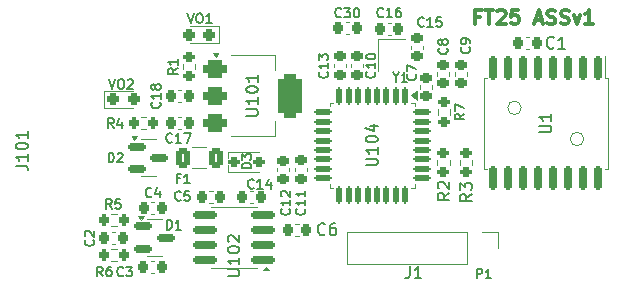
<source format=gto>
G04 #@! TF.GenerationSoftware,KiCad,Pcbnew,8.0.8*
G04 #@! TF.CreationDate,2025-02-03T14:10:50+01:00*
G04 #@! TF.ProjectId,ASS,4153532e-6b69-4636-9164-5f7063625858,rev?*
G04 #@! TF.SameCoordinates,PX5f5e100PY4c4b400*
G04 #@! TF.FileFunction,Legend,Top*
G04 #@! TF.FilePolarity,Positive*
%FSLAX46Y46*%
G04 Gerber Fmt 4.6, Leading zero omitted, Abs format (unit mm)*
G04 Created by KiCad (PCBNEW 8.0.8) date 2025-02-03 14:10:50*
%MOMM*%
%LPD*%
G01*
G04 APERTURE LIST*
G04 Aperture macros list*
%AMRoundRect*
0 Rectangle with rounded corners*
0 $1 Rounding radius*
0 $2 $3 $4 $5 $6 $7 $8 $9 X,Y pos of 4 corners*
0 Add a 4 corners polygon primitive as box body*
4,1,4,$2,$3,$4,$5,$6,$7,$8,$9,$2,$3,0*
0 Add four circle primitives for the rounded corners*
1,1,$1+$1,$2,$3*
1,1,$1+$1,$4,$5*
1,1,$1+$1,$6,$7*
1,1,$1+$1,$8,$9*
0 Add four rect primitives between the rounded corners*
20,1,$1+$1,$2,$3,$4,$5,0*
20,1,$1+$1,$4,$5,$6,$7,0*
20,1,$1+$1,$6,$7,$8,$9,0*
20,1,$1+$1,$8,$9,$2,$3,0*%
G04 Aperture macros list end*
%ADD10C,0.150000*%
%ADD11C,0.300000*%
%ADD12C,0.120000*%
%ADD13C,0.100000*%
%ADD14R,0.800000X0.900000*%
%ADD15RoundRect,0.150000X-0.587500X-0.150000X0.587500X-0.150000X0.587500X0.150000X-0.587500X0.150000X0*%
%ADD16RoundRect,0.200000X0.275000X-0.200000X0.275000X0.200000X-0.275000X0.200000X-0.275000X-0.200000X0*%
%ADD17RoundRect,0.225000X0.250000X-0.225000X0.250000X0.225000X-0.250000X0.225000X-0.250000X-0.225000X0*%
%ADD18RoundRect,0.225000X0.225000X0.250000X-0.225000X0.250000X-0.225000X-0.250000X0.225000X-0.250000X0*%
%ADD19RoundRect,0.237500X-0.287500X-0.237500X0.287500X-0.237500X0.287500X0.237500X-0.287500X0.237500X0*%
%ADD20RoundRect,0.225000X-0.225000X-0.250000X0.225000X-0.250000X0.225000X0.250000X-0.225000X0.250000X0*%
%ADD21RoundRect,0.250000X-0.375000X-0.625000X0.375000X-0.625000X0.375000X0.625000X-0.375000X0.625000X0*%
%ADD22RoundRect,0.200000X0.200000X0.275000X-0.200000X0.275000X-0.200000X-0.275000X0.200000X-0.275000X0*%
%ADD23C,3.200000*%
%ADD24RoundRect,0.200000X-0.275000X-0.200000X0.275000X-0.200000X0.275000X0.200000X-0.275000X0.200000X0*%
%ADD25C,1.800000*%
%ADD26C,4.000000*%
%ADD27RoundRect,0.150000X0.825000X0.150000X-0.825000X0.150000X-0.825000X-0.150000X0.825000X-0.150000X0*%
%ADD28RoundRect,0.237500X0.287500X0.237500X-0.287500X0.237500X-0.287500X-0.237500X0.287500X-0.237500X0*%
%ADD29RoundRect,0.200000X-0.200000X-0.275000X0.200000X-0.275000X0.200000X0.275000X-0.200000X0.275000X0*%
%ADD30RoundRect,0.375000X-0.625000X-0.375000X0.625000X-0.375000X0.625000X0.375000X-0.625000X0.375000X0*%
%ADD31RoundRect,0.500000X-0.500000X-1.400000X0.500000X-1.400000X0.500000X1.400000X-0.500000X1.400000X0*%
%ADD32RoundRect,0.150000X-0.150000X0.875000X-0.150000X-0.875000X0.150000X-0.875000X0.150000X0.875000X0*%
%ADD33RoundRect,0.225000X-0.250000X0.225000X-0.250000X-0.225000X0.250000X-0.225000X0.250000X0.225000X0*%
%ADD34R,1.700000X1.700000*%
%ADD35O,1.700000X1.700000*%
%ADD36RoundRect,0.125000X-0.125000X0.625000X-0.125000X-0.625000X0.125000X-0.625000X0.125000X0.625000X0*%
%ADD37RoundRect,0.125000X-0.625000X0.125000X-0.625000X-0.125000X0.625000X-0.125000X0.625000X0.125000X0*%
G04 APERTURE END LIST*
D10*
X40969160Y705705D02*
X40969160Y1505705D01*
X40969160Y1505705D02*
X41273922Y1505705D01*
X41273922Y1505705D02*
X41350112Y1467610D01*
X41350112Y1467610D02*
X41388207Y1429515D01*
X41388207Y1429515D02*
X41426303Y1353324D01*
X41426303Y1353324D02*
X41426303Y1239039D01*
X41426303Y1239039D02*
X41388207Y1162848D01*
X41388207Y1162848D02*
X41350112Y1124753D01*
X41350112Y1124753D02*
X41273922Y1086658D01*
X41273922Y1086658D02*
X40969160Y1086658D01*
X42188207Y705705D02*
X41731064Y705705D01*
X41959636Y705705D02*
X41959636Y1505705D01*
X41959636Y1505705D02*
X41883445Y1391420D01*
X41883445Y1391420D02*
X41807255Y1315229D01*
X41807255Y1315229D02*
X41731064Y1277134D01*
D11*
X41233082Y22861029D02*
X40833082Y22861029D01*
X40833082Y22232458D02*
X40833082Y23432458D01*
X40833082Y23432458D02*
X41404510Y23432458D01*
X41690224Y23432458D02*
X42375939Y23432458D01*
X42033081Y22232458D02*
X42033081Y23432458D01*
X42718796Y23318172D02*
X42775939Y23375315D01*
X42775939Y23375315D02*
X42890225Y23432458D01*
X42890225Y23432458D02*
X43175939Y23432458D01*
X43175939Y23432458D02*
X43290225Y23375315D01*
X43290225Y23375315D02*
X43347367Y23318172D01*
X43347367Y23318172D02*
X43404510Y23203886D01*
X43404510Y23203886D02*
X43404510Y23089600D01*
X43404510Y23089600D02*
X43347367Y22918172D01*
X43347367Y22918172D02*
X42661653Y22232458D01*
X42661653Y22232458D02*
X43404510Y22232458D01*
X44490224Y23432458D02*
X43918796Y23432458D01*
X43918796Y23432458D02*
X43861653Y22861029D01*
X43861653Y22861029D02*
X43918796Y22918172D01*
X43918796Y22918172D02*
X44033082Y22975315D01*
X44033082Y22975315D02*
X44318796Y22975315D01*
X44318796Y22975315D02*
X44433082Y22918172D01*
X44433082Y22918172D02*
X44490224Y22861029D01*
X44490224Y22861029D02*
X44547367Y22746743D01*
X44547367Y22746743D02*
X44547367Y22461029D01*
X44547367Y22461029D02*
X44490224Y22346743D01*
X44490224Y22346743D02*
X44433082Y22289600D01*
X44433082Y22289600D02*
X44318796Y22232458D01*
X44318796Y22232458D02*
X44033082Y22232458D01*
X44033082Y22232458D02*
X43918796Y22289600D01*
X43918796Y22289600D02*
X43861653Y22346743D01*
X45918796Y22575315D02*
X46490225Y22575315D01*
X45804510Y22232458D02*
X46204510Y23432458D01*
X46204510Y23432458D02*
X46604510Y22232458D01*
X46947367Y22289600D02*
X47118796Y22232458D01*
X47118796Y22232458D02*
X47404510Y22232458D01*
X47404510Y22232458D02*
X47518796Y22289600D01*
X47518796Y22289600D02*
X47575938Y22346743D01*
X47575938Y22346743D02*
X47633081Y22461029D01*
X47633081Y22461029D02*
X47633081Y22575315D01*
X47633081Y22575315D02*
X47575938Y22689600D01*
X47575938Y22689600D02*
X47518796Y22746743D01*
X47518796Y22746743D02*
X47404510Y22803886D01*
X47404510Y22803886D02*
X47175938Y22861029D01*
X47175938Y22861029D02*
X47061653Y22918172D01*
X47061653Y22918172D02*
X47004510Y22975315D01*
X47004510Y22975315D02*
X46947367Y23089600D01*
X46947367Y23089600D02*
X46947367Y23203886D01*
X46947367Y23203886D02*
X47004510Y23318172D01*
X47004510Y23318172D02*
X47061653Y23375315D01*
X47061653Y23375315D02*
X47175938Y23432458D01*
X47175938Y23432458D02*
X47461653Y23432458D01*
X47461653Y23432458D02*
X47633081Y23375315D01*
X48090224Y22289600D02*
X48261653Y22232458D01*
X48261653Y22232458D02*
X48547367Y22232458D01*
X48547367Y22232458D02*
X48661653Y22289600D01*
X48661653Y22289600D02*
X48718795Y22346743D01*
X48718795Y22346743D02*
X48775938Y22461029D01*
X48775938Y22461029D02*
X48775938Y22575315D01*
X48775938Y22575315D02*
X48718795Y22689600D01*
X48718795Y22689600D02*
X48661653Y22746743D01*
X48661653Y22746743D02*
X48547367Y22803886D01*
X48547367Y22803886D02*
X48318795Y22861029D01*
X48318795Y22861029D02*
X48204510Y22918172D01*
X48204510Y22918172D02*
X48147367Y22975315D01*
X48147367Y22975315D02*
X48090224Y23089600D01*
X48090224Y23089600D02*
X48090224Y23203886D01*
X48090224Y23203886D02*
X48147367Y23318172D01*
X48147367Y23318172D02*
X48204510Y23375315D01*
X48204510Y23375315D02*
X48318795Y23432458D01*
X48318795Y23432458D02*
X48604510Y23432458D01*
X48604510Y23432458D02*
X48775938Y23375315D01*
X49175938Y23032458D02*
X49461652Y22232458D01*
X49461652Y22232458D02*
X49747367Y23032458D01*
X50833081Y22232458D02*
X50147367Y22232458D01*
X50490224Y22232458D02*
X50490224Y23432458D01*
X50490224Y23432458D02*
X50375938Y23261029D01*
X50375938Y23261029D02*
X50261653Y23146743D01*
X50261653Y23146743D02*
X50147367Y23089600D01*
D10*
X34119048Y17718658D02*
X34119048Y17337705D01*
X33852381Y18137705D02*
X34119048Y17718658D01*
X34119048Y17718658D02*
X34385714Y18137705D01*
X35071428Y17337705D02*
X34614285Y17337705D01*
X34842857Y17337705D02*
X34842857Y18137705D01*
X34842857Y18137705D02*
X34766666Y18023420D01*
X34766666Y18023420D02*
X34690476Y17947229D01*
X34690476Y17947229D02*
X34614285Y17909134D01*
X9789524Y10547705D02*
X9789524Y11347705D01*
X9789524Y11347705D02*
X9980000Y11347705D01*
X9980000Y11347705D02*
X10094286Y11309610D01*
X10094286Y11309610D02*
X10170476Y11233420D01*
X10170476Y11233420D02*
X10208571Y11157229D01*
X10208571Y11157229D02*
X10246667Y11004848D01*
X10246667Y11004848D02*
X10246667Y10890562D01*
X10246667Y10890562D02*
X10208571Y10738181D01*
X10208571Y10738181D02*
X10170476Y10661991D01*
X10170476Y10661991D02*
X10094286Y10585800D01*
X10094286Y10585800D02*
X9980000Y10547705D01*
X9980000Y10547705D02*
X9789524Y10547705D01*
X10551428Y11271515D02*
X10589524Y11309610D01*
X10589524Y11309610D02*
X10665714Y11347705D01*
X10665714Y11347705D02*
X10856190Y11347705D01*
X10856190Y11347705D02*
X10932381Y11309610D01*
X10932381Y11309610D02*
X10970476Y11271515D01*
X10970476Y11271515D02*
X11008571Y11195324D01*
X11008571Y11195324D02*
X11008571Y11119134D01*
X11008571Y11119134D02*
X10970476Y11004848D01*
X10970476Y11004848D02*
X10513333Y10547705D01*
X10513333Y10547705D02*
X11008571Y10547705D01*
X38654819Y7933334D02*
X38178628Y7600001D01*
X38654819Y7361906D02*
X37654819Y7361906D01*
X37654819Y7361906D02*
X37654819Y7742858D01*
X37654819Y7742858D02*
X37702438Y7838096D01*
X37702438Y7838096D02*
X37750057Y7885715D01*
X37750057Y7885715D02*
X37845295Y7933334D01*
X37845295Y7933334D02*
X37988152Y7933334D01*
X37988152Y7933334D02*
X38083390Y7885715D01*
X38083390Y7885715D02*
X38131009Y7838096D01*
X38131009Y7838096D02*
X38178628Y7742858D01*
X38178628Y7742858D02*
X38178628Y7361906D01*
X37750057Y8314287D02*
X37702438Y8361906D01*
X37702438Y8361906D02*
X37654819Y8457144D01*
X37654819Y8457144D02*
X37654819Y8695239D01*
X37654819Y8695239D02*
X37702438Y8790477D01*
X37702438Y8790477D02*
X37750057Y8838096D01*
X37750057Y8838096D02*
X37845295Y8885715D01*
X37845295Y8885715D02*
X37940533Y8885715D01*
X37940533Y8885715D02*
X38083390Y8838096D01*
X38083390Y8838096D02*
X38654819Y8266668D01*
X38654819Y8266668D02*
X38654819Y8885715D01*
X35786104Y17966668D02*
X35824200Y17928572D01*
X35824200Y17928572D02*
X35862295Y17814287D01*
X35862295Y17814287D02*
X35862295Y17738096D01*
X35862295Y17738096D02*
X35824200Y17623810D01*
X35824200Y17623810D02*
X35748009Y17547620D01*
X35748009Y17547620D02*
X35671819Y17509525D01*
X35671819Y17509525D02*
X35519438Y17471429D01*
X35519438Y17471429D02*
X35405152Y17471429D01*
X35405152Y17471429D02*
X35252771Y17509525D01*
X35252771Y17509525D02*
X35176580Y17547620D01*
X35176580Y17547620D02*
X35100390Y17623810D01*
X35100390Y17623810D02*
X35062295Y17738096D01*
X35062295Y17738096D02*
X35062295Y17814287D01*
X35062295Y17814287D02*
X35100390Y17928572D01*
X35100390Y17928572D02*
X35138485Y17966668D01*
X35062295Y18233334D02*
X35062295Y18766668D01*
X35062295Y18766668D02*
X35862295Y18423810D01*
X22095714Y8383896D02*
X22057618Y8345800D01*
X22057618Y8345800D02*
X21943333Y8307705D01*
X21943333Y8307705D02*
X21867142Y8307705D01*
X21867142Y8307705D02*
X21752856Y8345800D01*
X21752856Y8345800D02*
X21676666Y8421991D01*
X21676666Y8421991D02*
X21638571Y8498181D01*
X21638571Y8498181D02*
X21600475Y8650562D01*
X21600475Y8650562D02*
X21600475Y8764848D01*
X21600475Y8764848D02*
X21638571Y8917229D01*
X21638571Y8917229D02*
X21676666Y8993420D01*
X21676666Y8993420D02*
X21752856Y9069610D01*
X21752856Y9069610D02*
X21867142Y9107705D01*
X21867142Y9107705D02*
X21943333Y9107705D01*
X21943333Y9107705D02*
X22057618Y9069610D01*
X22057618Y9069610D02*
X22095714Y9031515D01*
X22857618Y8307705D02*
X22400475Y8307705D01*
X22629047Y8307705D02*
X22629047Y9107705D01*
X22629047Y9107705D02*
X22552856Y8993420D01*
X22552856Y8993420D02*
X22476666Y8917229D01*
X22476666Y8917229D02*
X22400475Y8879134D01*
X23543333Y8841039D02*
X23543333Y8307705D01*
X23352857Y9145800D02*
X23162380Y8574372D01*
X23162380Y8574372D02*
X23657619Y8574372D01*
X40326104Y20256668D02*
X40364200Y20218572D01*
X40364200Y20218572D02*
X40402295Y20104287D01*
X40402295Y20104287D02*
X40402295Y20028096D01*
X40402295Y20028096D02*
X40364200Y19913810D01*
X40364200Y19913810D02*
X40288009Y19837620D01*
X40288009Y19837620D02*
X40211819Y19799525D01*
X40211819Y19799525D02*
X40059438Y19761429D01*
X40059438Y19761429D02*
X39945152Y19761429D01*
X39945152Y19761429D02*
X39792771Y19799525D01*
X39792771Y19799525D02*
X39716580Y19837620D01*
X39716580Y19837620D02*
X39640390Y19913810D01*
X39640390Y19913810D02*
X39602295Y20028096D01*
X39602295Y20028096D02*
X39602295Y20104287D01*
X39602295Y20104287D02*
X39640390Y20218572D01*
X39640390Y20218572D02*
X39678485Y20256668D01*
X40402295Y20637620D02*
X40402295Y20790001D01*
X40402295Y20790001D02*
X40364200Y20866191D01*
X40364200Y20866191D02*
X40326104Y20904287D01*
X40326104Y20904287D02*
X40211819Y20980477D01*
X40211819Y20980477D02*
X40059438Y21018572D01*
X40059438Y21018572D02*
X39754676Y21018572D01*
X39754676Y21018572D02*
X39678485Y20980477D01*
X39678485Y20980477D02*
X39640390Y20942382D01*
X39640390Y20942382D02*
X39602295Y20866191D01*
X39602295Y20866191D02*
X39602295Y20713810D01*
X39602295Y20713810D02*
X39640390Y20637620D01*
X39640390Y20637620D02*
X39678485Y20599525D01*
X39678485Y20599525D02*
X39754676Y20561429D01*
X39754676Y20561429D02*
X39945152Y20561429D01*
X39945152Y20561429D02*
X40021342Y20599525D01*
X40021342Y20599525D02*
X40059438Y20637620D01*
X40059438Y20637620D02*
X40097533Y20713810D01*
X40097533Y20713810D02*
X40097533Y20866191D01*
X40097533Y20866191D02*
X40059438Y20942382D01*
X40059438Y20942382D02*
X40021342Y20980477D01*
X40021342Y20980477D02*
X39945152Y21018572D01*
X25086104Y6585715D02*
X25124200Y6547619D01*
X25124200Y6547619D02*
X25162295Y6433334D01*
X25162295Y6433334D02*
X25162295Y6357143D01*
X25162295Y6357143D02*
X25124200Y6242857D01*
X25124200Y6242857D02*
X25048009Y6166667D01*
X25048009Y6166667D02*
X24971819Y6128572D01*
X24971819Y6128572D02*
X24819438Y6090476D01*
X24819438Y6090476D02*
X24705152Y6090476D01*
X24705152Y6090476D02*
X24552771Y6128572D01*
X24552771Y6128572D02*
X24476580Y6166667D01*
X24476580Y6166667D02*
X24400390Y6242857D01*
X24400390Y6242857D02*
X24362295Y6357143D01*
X24362295Y6357143D02*
X24362295Y6433334D01*
X24362295Y6433334D02*
X24400390Y6547619D01*
X24400390Y6547619D02*
X24438485Y6585715D01*
X25162295Y7347619D02*
X25162295Y6890476D01*
X25162295Y7119048D02*
X24362295Y7119048D01*
X24362295Y7119048D02*
X24476580Y7042857D01*
X24476580Y7042857D02*
X24552771Y6966667D01*
X24552771Y6966667D02*
X24590866Y6890476D01*
X24438485Y7652381D02*
X24400390Y7690477D01*
X24400390Y7690477D02*
X24362295Y7766667D01*
X24362295Y7766667D02*
X24362295Y7957143D01*
X24362295Y7957143D02*
X24400390Y8033334D01*
X24400390Y8033334D02*
X24438485Y8071429D01*
X24438485Y8071429D02*
X24514676Y8109524D01*
X24514676Y8109524D02*
X24590866Y8109524D01*
X24590866Y8109524D02*
X24705152Y8071429D01*
X24705152Y8071429D02*
X25162295Y7614286D01*
X25162295Y7614286D02*
X25162295Y8109524D01*
X15175714Y12273896D02*
X15137618Y12235800D01*
X15137618Y12235800D02*
X15023333Y12197705D01*
X15023333Y12197705D02*
X14947142Y12197705D01*
X14947142Y12197705D02*
X14832856Y12235800D01*
X14832856Y12235800D02*
X14756666Y12311991D01*
X14756666Y12311991D02*
X14718571Y12388181D01*
X14718571Y12388181D02*
X14680475Y12540562D01*
X14680475Y12540562D02*
X14680475Y12654848D01*
X14680475Y12654848D02*
X14718571Y12807229D01*
X14718571Y12807229D02*
X14756666Y12883420D01*
X14756666Y12883420D02*
X14832856Y12959610D01*
X14832856Y12959610D02*
X14947142Y12997705D01*
X14947142Y12997705D02*
X15023333Y12997705D01*
X15023333Y12997705D02*
X15137618Y12959610D01*
X15137618Y12959610D02*
X15175714Y12921515D01*
X15937618Y12197705D02*
X15480475Y12197705D01*
X15709047Y12197705D02*
X15709047Y12997705D01*
X15709047Y12997705D02*
X15632856Y12883420D01*
X15632856Y12883420D02*
X15556666Y12807229D01*
X15556666Y12807229D02*
X15480475Y12769134D01*
X16204285Y12997705D02*
X16737619Y12997705D01*
X16737619Y12997705D02*
X16394761Y12197705D01*
X15642295Y18496668D02*
X15261342Y18230001D01*
X15642295Y18039525D02*
X14842295Y18039525D01*
X14842295Y18039525D02*
X14842295Y18344287D01*
X14842295Y18344287D02*
X14880390Y18420477D01*
X14880390Y18420477D02*
X14918485Y18458572D01*
X14918485Y18458572D02*
X14994676Y18496668D01*
X14994676Y18496668D02*
X15108961Y18496668D01*
X15108961Y18496668D02*
X15185152Y18458572D01*
X15185152Y18458572D02*
X15223247Y18420477D01*
X15223247Y18420477D02*
X15261342Y18344287D01*
X15261342Y18344287D02*
X15261342Y18039525D01*
X15642295Y19258572D02*
X15642295Y18801429D01*
X15642295Y19030001D02*
X14842295Y19030001D01*
X14842295Y19030001D02*
X14956580Y18953810D01*
X14956580Y18953810D02*
X15032771Y18877620D01*
X15032771Y18877620D02*
X15070866Y18801429D01*
X9823333Y17567705D02*
X10090000Y16767705D01*
X10090000Y16767705D02*
X10356666Y17567705D01*
X10775714Y17567705D02*
X10928095Y17567705D01*
X10928095Y17567705D02*
X11004285Y17529610D01*
X11004285Y17529610D02*
X11080476Y17453420D01*
X11080476Y17453420D02*
X11118571Y17301039D01*
X11118571Y17301039D02*
X11118571Y17034372D01*
X11118571Y17034372D02*
X11080476Y16881991D01*
X11080476Y16881991D02*
X11004285Y16805800D01*
X11004285Y16805800D02*
X10928095Y16767705D01*
X10928095Y16767705D02*
X10775714Y16767705D01*
X10775714Y16767705D02*
X10699523Y16805800D01*
X10699523Y16805800D02*
X10623333Y16881991D01*
X10623333Y16881991D02*
X10585237Y17034372D01*
X10585237Y17034372D02*
X10585237Y17301039D01*
X10585237Y17301039D02*
X10623333Y17453420D01*
X10623333Y17453420D02*
X10699523Y17529610D01*
X10699523Y17529610D02*
X10775714Y17567705D01*
X11423332Y17491515D02*
X11461428Y17529610D01*
X11461428Y17529610D02*
X11537618Y17567705D01*
X11537618Y17567705D02*
X11728094Y17567705D01*
X11728094Y17567705D02*
X11804285Y17529610D01*
X11804285Y17529610D02*
X11842380Y17491515D01*
X11842380Y17491515D02*
X11880475Y17415324D01*
X11880475Y17415324D02*
X11880475Y17339134D01*
X11880475Y17339134D02*
X11842380Y17224848D01*
X11842380Y17224848D02*
X11385237Y16767705D01*
X11385237Y16767705D02*
X11880475Y16767705D01*
X28120833Y4460420D02*
X28073214Y4412800D01*
X28073214Y4412800D02*
X27930357Y4365181D01*
X27930357Y4365181D02*
X27835119Y4365181D01*
X27835119Y4365181D02*
X27692262Y4412800D01*
X27692262Y4412800D02*
X27597024Y4508039D01*
X27597024Y4508039D02*
X27549405Y4603277D01*
X27549405Y4603277D02*
X27501786Y4793753D01*
X27501786Y4793753D02*
X27501786Y4936610D01*
X27501786Y4936610D02*
X27549405Y5127086D01*
X27549405Y5127086D02*
X27597024Y5222324D01*
X27597024Y5222324D02*
X27692262Y5317562D01*
X27692262Y5317562D02*
X27835119Y5365181D01*
X27835119Y5365181D02*
X27930357Y5365181D01*
X27930357Y5365181D02*
X28073214Y5317562D01*
X28073214Y5317562D02*
X28120833Y5269943D01*
X28977976Y5365181D02*
X28787500Y5365181D01*
X28787500Y5365181D02*
X28692262Y5317562D01*
X28692262Y5317562D02*
X28644643Y5269943D01*
X28644643Y5269943D02*
X28549405Y5127086D01*
X28549405Y5127086D02*
X28501786Y4936610D01*
X28501786Y4936610D02*
X28501786Y4555658D01*
X28501786Y4555658D02*
X28549405Y4460420D01*
X28549405Y4460420D02*
X28597024Y4412800D01*
X28597024Y4412800D02*
X28692262Y4365181D01*
X28692262Y4365181D02*
X28882738Y4365181D01*
X28882738Y4365181D02*
X28977976Y4412800D01*
X28977976Y4412800D02*
X29025595Y4460420D01*
X29025595Y4460420D02*
X29073214Y4555658D01*
X29073214Y4555658D02*
X29073214Y4793753D01*
X29073214Y4793753D02*
X29025595Y4888991D01*
X29025595Y4888991D02*
X28977976Y4936610D01*
X28977976Y4936610D02*
X28882738Y4984229D01*
X28882738Y4984229D02*
X28692262Y4984229D01*
X28692262Y4984229D02*
X28597024Y4936610D01*
X28597024Y4936610D02*
X28549405Y4888991D01*
X28549405Y4888991D02*
X28501786Y4793753D01*
X40554819Y7833334D02*
X40078628Y7500001D01*
X40554819Y7261906D02*
X39554819Y7261906D01*
X39554819Y7261906D02*
X39554819Y7642858D01*
X39554819Y7642858D02*
X39602438Y7738096D01*
X39602438Y7738096D02*
X39650057Y7785715D01*
X39650057Y7785715D02*
X39745295Y7833334D01*
X39745295Y7833334D02*
X39888152Y7833334D01*
X39888152Y7833334D02*
X39983390Y7785715D01*
X39983390Y7785715D02*
X40031009Y7738096D01*
X40031009Y7738096D02*
X40078628Y7642858D01*
X40078628Y7642858D02*
X40078628Y7261906D01*
X39554819Y8166668D02*
X39554819Y8785715D01*
X39554819Y8785715D02*
X39935771Y8452382D01*
X39935771Y8452382D02*
X39935771Y8595239D01*
X39935771Y8595239D02*
X39983390Y8690477D01*
X39983390Y8690477D02*
X40031009Y8738096D01*
X40031009Y8738096D02*
X40126247Y8785715D01*
X40126247Y8785715D02*
X40364342Y8785715D01*
X40364342Y8785715D02*
X40459580Y8738096D01*
X40459580Y8738096D02*
X40507200Y8690477D01*
X40507200Y8690477D02*
X40554819Y8595239D01*
X40554819Y8595239D02*
X40554819Y8309525D01*
X40554819Y8309525D02*
X40507200Y8214287D01*
X40507200Y8214287D02*
X40459580Y8166668D01*
X11026667Y943896D02*
X10988571Y905800D01*
X10988571Y905800D02*
X10874286Y867705D01*
X10874286Y867705D02*
X10798095Y867705D01*
X10798095Y867705D02*
X10683809Y905800D01*
X10683809Y905800D02*
X10607619Y981991D01*
X10607619Y981991D02*
X10569524Y1058181D01*
X10569524Y1058181D02*
X10531428Y1210562D01*
X10531428Y1210562D02*
X10531428Y1324848D01*
X10531428Y1324848D02*
X10569524Y1477229D01*
X10569524Y1477229D02*
X10607619Y1553420D01*
X10607619Y1553420D02*
X10683809Y1629610D01*
X10683809Y1629610D02*
X10798095Y1667705D01*
X10798095Y1667705D02*
X10874286Y1667705D01*
X10874286Y1667705D02*
X10988571Y1629610D01*
X10988571Y1629610D02*
X11026667Y1591515D01*
X11293333Y1667705D02*
X11788571Y1667705D01*
X11788571Y1667705D02*
X11521905Y1362943D01*
X11521905Y1362943D02*
X11636190Y1362943D01*
X11636190Y1362943D02*
X11712381Y1324848D01*
X11712381Y1324848D02*
X11750476Y1286753D01*
X11750476Y1286753D02*
X11788571Y1210562D01*
X11788571Y1210562D02*
X11788571Y1020086D01*
X11788571Y1020086D02*
X11750476Y943896D01*
X11750476Y943896D02*
X11712381Y905800D01*
X11712381Y905800D02*
X11636190Y867705D01*
X11636190Y867705D02*
X11407619Y867705D01*
X11407619Y867705D02*
X11331428Y905800D01*
X11331428Y905800D02*
X11293333Y943896D01*
X14116104Y15595715D02*
X14154200Y15557619D01*
X14154200Y15557619D02*
X14192295Y15443334D01*
X14192295Y15443334D02*
X14192295Y15367143D01*
X14192295Y15367143D02*
X14154200Y15252857D01*
X14154200Y15252857D02*
X14078009Y15176667D01*
X14078009Y15176667D02*
X14001819Y15138572D01*
X14001819Y15138572D02*
X13849438Y15100476D01*
X13849438Y15100476D02*
X13735152Y15100476D01*
X13735152Y15100476D02*
X13582771Y15138572D01*
X13582771Y15138572D02*
X13506580Y15176667D01*
X13506580Y15176667D02*
X13430390Y15252857D01*
X13430390Y15252857D02*
X13392295Y15367143D01*
X13392295Y15367143D02*
X13392295Y15443334D01*
X13392295Y15443334D02*
X13430390Y15557619D01*
X13430390Y15557619D02*
X13468485Y15595715D01*
X14192295Y16357619D02*
X14192295Y15900476D01*
X14192295Y16129048D02*
X13392295Y16129048D01*
X13392295Y16129048D02*
X13506580Y16052857D01*
X13506580Y16052857D02*
X13582771Y15976667D01*
X13582771Y15976667D02*
X13620866Y15900476D01*
X13735152Y16814762D02*
X13697057Y16738572D01*
X13697057Y16738572D02*
X13658961Y16700477D01*
X13658961Y16700477D02*
X13582771Y16662381D01*
X13582771Y16662381D02*
X13544676Y16662381D01*
X13544676Y16662381D02*
X13468485Y16700477D01*
X13468485Y16700477D02*
X13430390Y16738572D01*
X13430390Y16738572D02*
X13392295Y16814762D01*
X13392295Y16814762D02*
X13392295Y16967143D01*
X13392295Y16967143D02*
X13430390Y17043334D01*
X13430390Y17043334D02*
X13468485Y17081429D01*
X13468485Y17081429D02*
X13544676Y17119524D01*
X13544676Y17119524D02*
X13582771Y17119524D01*
X13582771Y17119524D02*
X13658961Y17081429D01*
X13658961Y17081429D02*
X13697057Y17043334D01*
X13697057Y17043334D02*
X13735152Y16967143D01*
X13735152Y16967143D02*
X13735152Y16814762D01*
X13735152Y16814762D02*
X13773247Y16738572D01*
X13773247Y16738572D02*
X13811342Y16700477D01*
X13811342Y16700477D02*
X13887533Y16662381D01*
X13887533Y16662381D02*
X14039914Y16662381D01*
X14039914Y16662381D02*
X14116104Y16700477D01*
X14116104Y16700477D02*
X14154200Y16738572D01*
X14154200Y16738572D02*
X14192295Y16814762D01*
X14192295Y16814762D02*
X14192295Y16967143D01*
X14192295Y16967143D02*
X14154200Y17043334D01*
X14154200Y17043334D02*
X14116104Y17081429D01*
X14116104Y17081429D02*
X14039914Y17119524D01*
X14039914Y17119524D02*
X13887533Y17119524D01*
X13887533Y17119524D02*
X13811342Y17081429D01*
X13811342Y17081429D02*
X13773247Y17043334D01*
X13773247Y17043334D02*
X13735152Y16967143D01*
X15833333Y9156753D02*
X15566667Y9156753D01*
X15566667Y8737705D02*
X15566667Y9537705D01*
X15566667Y9537705D02*
X15947619Y9537705D01*
X16671428Y8737705D02*
X16214285Y8737705D01*
X16442857Y8737705D02*
X16442857Y9537705D01*
X16442857Y9537705D02*
X16366666Y9423420D01*
X16366666Y9423420D02*
X16290476Y9347229D01*
X16290476Y9347229D02*
X16214285Y9309134D01*
X28296104Y18165715D02*
X28334200Y18127619D01*
X28334200Y18127619D02*
X28372295Y18013334D01*
X28372295Y18013334D02*
X28372295Y17937143D01*
X28372295Y17937143D02*
X28334200Y17822857D01*
X28334200Y17822857D02*
X28258009Y17746667D01*
X28258009Y17746667D02*
X28181819Y17708572D01*
X28181819Y17708572D02*
X28029438Y17670476D01*
X28029438Y17670476D02*
X27915152Y17670476D01*
X27915152Y17670476D02*
X27762771Y17708572D01*
X27762771Y17708572D02*
X27686580Y17746667D01*
X27686580Y17746667D02*
X27610390Y17822857D01*
X27610390Y17822857D02*
X27572295Y17937143D01*
X27572295Y17937143D02*
X27572295Y18013334D01*
X27572295Y18013334D02*
X27610390Y18127619D01*
X27610390Y18127619D02*
X27648485Y18165715D01*
X28372295Y18927619D02*
X28372295Y18470476D01*
X28372295Y18699048D02*
X27572295Y18699048D01*
X27572295Y18699048D02*
X27686580Y18622857D01*
X27686580Y18622857D02*
X27762771Y18546667D01*
X27762771Y18546667D02*
X27800866Y18470476D01*
X27572295Y19194286D02*
X27572295Y19689524D01*
X27572295Y19689524D02*
X27877057Y19422858D01*
X27877057Y19422858D02*
X27877057Y19537143D01*
X27877057Y19537143D02*
X27915152Y19613334D01*
X27915152Y19613334D02*
X27953247Y19651429D01*
X27953247Y19651429D02*
X28029438Y19689524D01*
X28029438Y19689524D02*
X28219914Y19689524D01*
X28219914Y19689524D02*
X28296104Y19651429D01*
X28296104Y19651429D02*
X28334200Y19613334D01*
X28334200Y19613334D02*
X28372295Y19537143D01*
X28372295Y19537143D02*
X28372295Y19308572D01*
X28372295Y19308572D02*
X28334200Y19232381D01*
X28334200Y19232381D02*
X28296104Y19194286D01*
X9286667Y887705D02*
X9020000Y1268658D01*
X8829524Y887705D02*
X8829524Y1687705D01*
X8829524Y1687705D02*
X9134286Y1687705D01*
X9134286Y1687705D02*
X9210476Y1649610D01*
X9210476Y1649610D02*
X9248571Y1611515D01*
X9248571Y1611515D02*
X9286667Y1535324D01*
X9286667Y1535324D02*
X9286667Y1421039D01*
X9286667Y1421039D02*
X9248571Y1344848D01*
X9248571Y1344848D02*
X9210476Y1306753D01*
X9210476Y1306753D02*
X9134286Y1268658D01*
X9134286Y1268658D02*
X8829524Y1268658D01*
X9972381Y1687705D02*
X9820000Y1687705D01*
X9820000Y1687705D02*
X9743809Y1649610D01*
X9743809Y1649610D02*
X9705714Y1611515D01*
X9705714Y1611515D02*
X9629524Y1497229D01*
X9629524Y1497229D02*
X9591428Y1344848D01*
X9591428Y1344848D02*
X9591428Y1040086D01*
X9591428Y1040086D02*
X9629524Y963896D01*
X9629524Y963896D02*
X9667619Y925800D01*
X9667619Y925800D02*
X9743809Y887705D01*
X9743809Y887705D02*
X9896190Y887705D01*
X9896190Y887705D02*
X9972381Y925800D01*
X9972381Y925800D02*
X10010476Y963896D01*
X10010476Y963896D02*
X10048571Y1040086D01*
X10048571Y1040086D02*
X10048571Y1230562D01*
X10048571Y1230562D02*
X10010476Y1306753D01*
X10010476Y1306753D02*
X9972381Y1344848D01*
X9972381Y1344848D02*
X9896190Y1382943D01*
X9896190Y1382943D02*
X9743809Y1382943D01*
X9743809Y1382943D02*
X9667619Y1344848D01*
X9667619Y1344848D02*
X9629524Y1306753D01*
X9629524Y1306753D02*
X9591428Y1230562D01*
X13426667Y7663896D02*
X13388571Y7625800D01*
X13388571Y7625800D02*
X13274286Y7587705D01*
X13274286Y7587705D02*
X13198095Y7587705D01*
X13198095Y7587705D02*
X13083809Y7625800D01*
X13083809Y7625800D02*
X13007619Y7701991D01*
X13007619Y7701991D02*
X12969524Y7778181D01*
X12969524Y7778181D02*
X12931428Y7930562D01*
X12931428Y7930562D02*
X12931428Y8044848D01*
X12931428Y8044848D02*
X12969524Y8197229D01*
X12969524Y8197229D02*
X13007619Y8273420D01*
X13007619Y8273420D02*
X13083809Y8349610D01*
X13083809Y8349610D02*
X13198095Y8387705D01*
X13198095Y8387705D02*
X13274286Y8387705D01*
X13274286Y8387705D02*
X13388571Y8349610D01*
X13388571Y8349610D02*
X13426667Y8311515D01*
X14112381Y8121039D02*
X14112381Y7587705D01*
X13921905Y8425800D02*
X13731428Y7854372D01*
X13731428Y7854372D02*
X14226667Y7854372D01*
X29485714Y22863896D02*
X29447618Y22825800D01*
X29447618Y22825800D02*
X29333333Y22787705D01*
X29333333Y22787705D02*
X29257142Y22787705D01*
X29257142Y22787705D02*
X29142856Y22825800D01*
X29142856Y22825800D02*
X29066666Y22901991D01*
X29066666Y22901991D02*
X29028571Y22978181D01*
X29028571Y22978181D02*
X28990475Y23130562D01*
X28990475Y23130562D02*
X28990475Y23244848D01*
X28990475Y23244848D02*
X29028571Y23397229D01*
X29028571Y23397229D02*
X29066666Y23473420D01*
X29066666Y23473420D02*
X29142856Y23549610D01*
X29142856Y23549610D02*
X29257142Y23587705D01*
X29257142Y23587705D02*
X29333333Y23587705D01*
X29333333Y23587705D02*
X29447618Y23549610D01*
X29447618Y23549610D02*
X29485714Y23511515D01*
X29752380Y23587705D02*
X30247618Y23587705D01*
X30247618Y23587705D02*
X29980952Y23282943D01*
X29980952Y23282943D02*
X30095237Y23282943D01*
X30095237Y23282943D02*
X30171428Y23244848D01*
X30171428Y23244848D02*
X30209523Y23206753D01*
X30209523Y23206753D02*
X30247618Y23130562D01*
X30247618Y23130562D02*
X30247618Y22940086D01*
X30247618Y22940086D02*
X30209523Y22863896D01*
X30209523Y22863896D02*
X30171428Y22825800D01*
X30171428Y22825800D02*
X30095237Y22787705D01*
X30095237Y22787705D02*
X29866666Y22787705D01*
X29866666Y22787705D02*
X29790475Y22825800D01*
X29790475Y22825800D02*
X29752380Y22863896D01*
X30742857Y23587705D02*
X30819047Y23587705D01*
X30819047Y23587705D02*
X30895238Y23549610D01*
X30895238Y23549610D02*
X30933333Y23511515D01*
X30933333Y23511515D02*
X30971428Y23435324D01*
X30971428Y23435324D02*
X31009523Y23282943D01*
X31009523Y23282943D02*
X31009523Y23092467D01*
X31009523Y23092467D02*
X30971428Y22940086D01*
X30971428Y22940086D02*
X30933333Y22863896D01*
X30933333Y22863896D02*
X30895238Y22825800D01*
X30895238Y22825800D02*
X30819047Y22787705D01*
X30819047Y22787705D02*
X30742857Y22787705D01*
X30742857Y22787705D02*
X30666666Y22825800D01*
X30666666Y22825800D02*
X30628571Y22863896D01*
X30628571Y22863896D02*
X30590476Y22940086D01*
X30590476Y22940086D02*
X30552380Y23092467D01*
X30552380Y23092467D02*
X30552380Y23282943D01*
X30552380Y23282943D02*
X30590476Y23435324D01*
X30590476Y23435324D02*
X30628571Y23511515D01*
X30628571Y23511515D02*
X30666666Y23549610D01*
X30666666Y23549610D02*
X30742857Y23587705D01*
X32316104Y18195715D02*
X32354200Y18157619D01*
X32354200Y18157619D02*
X32392295Y18043334D01*
X32392295Y18043334D02*
X32392295Y17967143D01*
X32392295Y17967143D02*
X32354200Y17852857D01*
X32354200Y17852857D02*
X32278009Y17776667D01*
X32278009Y17776667D02*
X32201819Y17738572D01*
X32201819Y17738572D02*
X32049438Y17700476D01*
X32049438Y17700476D02*
X31935152Y17700476D01*
X31935152Y17700476D02*
X31782771Y17738572D01*
X31782771Y17738572D02*
X31706580Y17776667D01*
X31706580Y17776667D02*
X31630390Y17852857D01*
X31630390Y17852857D02*
X31592295Y17967143D01*
X31592295Y17967143D02*
X31592295Y18043334D01*
X31592295Y18043334D02*
X31630390Y18157619D01*
X31630390Y18157619D02*
X31668485Y18195715D01*
X32392295Y18957619D02*
X32392295Y18500476D01*
X32392295Y18729048D02*
X31592295Y18729048D01*
X31592295Y18729048D02*
X31706580Y18652857D01*
X31706580Y18652857D02*
X31782771Y18576667D01*
X31782771Y18576667D02*
X31820866Y18500476D01*
X31592295Y19452858D02*
X31592295Y19529048D01*
X31592295Y19529048D02*
X31630390Y19605239D01*
X31630390Y19605239D02*
X31668485Y19643334D01*
X31668485Y19643334D02*
X31744676Y19681429D01*
X31744676Y19681429D02*
X31897057Y19719524D01*
X31897057Y19719524D02*
X32087533Y19719524D01*
X32087533Y19719524D02*
X32239914Y19681429D01*
X32239914Y19681429D02*
X32316104Y19643334D01*
X32316104Y19643334D02*
X32354200Y19605239D01*
X32354200Y19605239D02*
X32392295Y19529048D01*
X32392295Y19529048D02*
X32392295Y19452858D01*
X32392295Y19452858D02*
X32354200Y19376667D01*
X32354200Y19376667D02*
X32316104Y19338572D01*
X32316104Y19338572D02*
X32239914Y19300477D01*
X32239914Y19300477D02*
X32087533Y19262381D01*
X32087533Y19262381D02*
X31897057Y19262381D01*
X31897057Y19262381D02*
X31744676Y19300477D01*
X31744676Y19300477D02*
X31668485Y19338572D01*
X31668485Y19338572D02*
X31630390Y19376667D01*
X31630390Y19376667D02*
X31592295Y19452858D01*
X21862295Y10009525D02*
X21062295Y10009525D01*
X21062295Y10009525D02*
X21062295Y10200001D01*
X21062295Y10200001D02*
X21100390Y10314287D01*
X21100390Y10314287D02*
X21176580Y10390477D01*
X21176580Y10390477D02*
X21252771Y10428572D01*
X21252771Y10428572D02*
X21405152Y10466668D01*
X21405152Y10466668D02*
X21519438Y10466668D01*
X21519438Y10466668D02*
X21671819Y10428572D01*
X21671819Y10428572D02*
X21748009Y10390477D01*
X21748009Y10390477D02*
X21824200Y10314287D01*
X21824200Y10314287D02*
X21862295Y10200001D01*
X21862295Y10200001D02*
X21862295Y10009525D01*
X21062295Y10733334D02*
X21062295Y11228572D01*
X21062295Y11228572D02*
X21367057Y10961906D01*
X21367057Y10961906D02*
X21367057Y11076191D01*
X21367057Y11076191D02*
X21405152Y11152382D01*
X21405152Y11152382D02*
X21443247Y11190477D01*
X21443247Y11190477D02*
X21519438Y11228572D01*
X21519438Y11228572D02*
X21709914Y11228572D01*
X21709914Y11228572D02*
X21786104Y11190477D01*
X21786104Y11190477D02*
X21824200Y11152382D01*
X21824200Y11152382D02*
X21862295Y11076191D01*
X21862295Y11076191D02*
X21862295Y10847620D01*
X21862295Y10847620D02*
X21824200Y10771429D01*
X21824200Y10771429D02*
X21786104Y10733334D01*
X1934819Y10244286D02*
X2649104Y10244286D01*
X2649104Y10244286D02*
X2791961Y10196667D01*
X2791961Y10196667D02*
X2887200Y10101429D01*
X2887200Y10101429D02*
X2934819Y9958572D01*
X2934819Y9958572D02*
X2934819Y9863334D01*
X2934819Y11244286D02*
X2934819Y10672858D01*
X2934819Y10958572D02*
X1934819Y10958572D01*
X1934819Y10958572D02*
X2077676Y10863334D01*
X2077676Y10863334D02*
X2172914Y10768096D01*
X2172914Y10768096D02*
X2220533Y10672858D01*
X1934819Y11863334D02*
X1934819Y11958572D01*
X1934819Y11958572D02*
X1982438Y12053810D01*
X1982438Y12053810D02*
X2030057Y12101429D01*
X2030057Y12101429D02*
X2125295Y12149048D01*
X2125295Y12149048D02*
X2315771Y12196667D01*
X2315771Y12196667D02*
X2553866Y12196667D01*
X2553866Y12196667D02*
X2744342Y12149048D01*
X2744342Y12149048D02*
X2839580Y12101429D01*
X2839580Y12101429D02*
X2887200Y12053810D01*
X2887200Y12053810D02*
X2934819Y11958572D01*
X2934819Y11958572D02*
X2934819Y11863334D01*
X2934819Y11863334D02*
X2887200Y11768096D01*
X2887200Y11768096D02*
X2839580Y11720477D01*
X2839580Y11720477D02*
X2744342Y11672858D01*
X2744342Y11672858D02*
X2553866Y11625239D01*
X2553866Y11625239D02*
X2315771Y11625239D01*
X2315771Y11625239D02*
X2125295Y11672858D01*
X2125295Y11672858D02*
X2030057Y11720477D01*
X2030057Y11720477D02*
X1982438Y11768096D01*
X1982438Y11768096D02*
X1934819Y11863334D01*
X2934819Y13149048D02*
X2934819Y12577620D01*
X2934819Y12863334D02*
X1934819Y12863334D01*
X1934819Y12863334D02*
X2077676Y12768096D01*
X2077676Y12768096D02*
X2172914Y12672858D01*
X2172914Y12672858D02*
X2220533Y12577620D01*
X19872319Y885715D02*
X20681842Y885715D01*
X20681842Y885715D02*
X20777080Y933334D01*
X20777080Y933334D02*
X20824700Y980953D01*
X20824700Y980953D02*
X20872319Y1076191D01*
X20872319Y1076191D02*
X20872319Y1266667D01*
X20872319Y1266667D02*
X20824700Y1361905D01*
X20824700Y1361905D02*
X20777080Y1409524D01*
X20777080Y1409524D02*
X20681842Y1457143D01*
X20681842Y1457143D02*
X19872319Y1457143D01*
X20872319Y2457143D02*
X20872319Y1885715D01*
X20872319Y2171429D02*
X19872319Y2171429D01*
X19872319Y2171429D02*
X20015176Y2076191D01*
X20015176Y2076191D02*
X20110414Y1980953D01*
X20110414Y1980953D02*
X20158033Y1885715D01*
X19872319Y3076191D02*
X19872319Y3171429D01*
X19872319Y3171429D02*
X19919938Y3266667D01*
X19919938Y3266667D02*
X19967557Y3314286D01*
X19967557Y3314286D02*
X20062795Y3361905D01*
X20062795Y3361905D02*
X20253271Y3409524D01*
X20253271Y3409524D02*
X20491366Y3409524D01*
X20491366Y3409524D02*
X20681842Y3361905D01*
X20681842Y3361905D02*
X20777080Y3314286D01*
X20777080Y3314286D02*
X20824700Y3266667D01*
X20824700Y3266667D02*
X20872319Y3171429D01*
X20872319Y3171429D02*
X20872319Y3076191D01*
X20872319Y3076191D02*
X20824700Y2980953D01*
X20824700Y2980953D02*
X20777080Y2933334D01*
X20777080Y2933334D02*
X20681842Y2885715D01*
X20681842Y2885715D02*
X20491366Y2838096D01*
X20491366Y2838096D02*
X20253271Y2838096D01*
X20253271Y2838096D02*
X20062795Y2885715D01*
X20062795Y2885715D02*
X19967557Y2933334D01*
X19967557Y2933334D02*
X19919938Y2980953D01*
X19919938Y2980953D02*
X19872319Y3076191D01*
X19967557Y3790477D02*
X19919938Y3838096D01*
X19919938Y3838096D02*
X19872319Y3933334D01*
X19872319Y3933334D02*
X19872319Y4171429D01*
X19872319Y4171429D02*
X19919938Y4266667D01*
X19919938Y4266667D02*
X19967557Y4314286D01*
X19967557Y4314286D02*
X20062795Y4361905D01*
X20062795Y4361905D02*
X20158033Y4361905D01*
X20158033Y4361905D02*
X20300890Y4314286D01*
X20300890Y4314286D02*
X20872319Y3742858D01*
X20872319Y3742858D02*
X20872319Y4361905D01*
X33035714Y22883896D02*
X32997618Y22845800D01*
X32997618Y22845800D02*
X32883333Y22807705D01*
X32883333Y22807705D02*
X32807142Y22807705D01*
X32807142Y22807705D02*
X32692856Y22845800D01*
X32692856Y22845800D02*
X32616666Y22921991D01*
X32616666Y22921991D02*
X32578571Y22998181D01*
X32578571Y22998181D02*
X32540475Y23150562D01*
X32540475Y23150562D02*
X32540475Y23264848D01*
X32540475Y23264848D02*
X32578571Y23417229D01*
X32578571Y23417229D02*
X32616666Y23493420D01*
X32616666Y23493420D02*
X32692856Y23569610D01*
X32692856Y23569610D02*
X32807142Y23607705D01*
X32807142Y23607705D02*
X32883333Y23607705D01*
X32883333Y23607705D02*
X32997618Y23569610D01*
X32997618Y23569610D02*
X33035714Y23531515D01*
X33797618Y22807705D02*
X33340475Y22807705D01*
X33569047Y22807705D02*
X33569047Y23607705D01*
X33569047Y23607705D02*
X33492856Y23493420D01*
X33492856Y23493420D02*
X33416666Y23417229D01*
X33416666Y23417229D02*
X33340475Y23379134D01*
X34483333Y23607705D02*
X34330952Y23607705D01*
X34330952Y23607705D02*
X34254761Y23569610D01*
X34254761Y23569610D02*
X34216666Y23531515D01*
X34216666Y23531515D02*
X34140476Y23417229D01*
X34140476Y23417229D02*
X34102380Y23264848D01*
X34102380Y23264848D02*
X34102380Y22960086D01*
X34102380Y22960086D02*
X34140476Y22883896D01*
X34140476Y22883896D02*
X34178571Y22845800D01*
X34178571Y22845800D02*
X34254761Y22807705D01*
X34254761Y22807705D02*
X34407142Y22807705D01*
X34407142Y22807705D02*
X34483333Y22845800D01*
X34483333Y22845800D02*
X34521428Y22883896D01*
X34521428Y22883896D02*
X34559523Y22960086D01*
X34559523Y22960086D02*
X34559523Y23150562D01*
X34559523Y23150562D02*
X34521428Y23226753D01*
X34521428Y23226753D02*
X34483333Y23264848D01*
X34483333Y23264848D02*
X34407142Y23302943D01*
X34407142Y23302943D02*
X34254761Y23302943D01*
X34254761Y23302943D02*
X34178571Y23264848D01*
X34178571Y23264848D02*
X34140476Y23226753D01*
X34140476Y23226753D02*
X34102380Y23150562D01*
X16468333Y23127705D02*
X16735000Y22327705D01*
X16735000Y22327705D02*
X17001666Y23127705D01*
X17420714Y23127705D02*
X17573095Y23127705D01*
X17573095Y23127705D02*
X17649285Y23089610D01*
X17649285Y23089610D02*
X17725476Y23013420D01*
X17725476Y23013420D02*
X17763571Y22861039D01*
X17763571Y22861039D02*
X17763571Y22594372D01*
X17763571Y22594372D02*
X17725476Y22441991D01*
X17725476Y22441991D02*
X17649285Y22365800D01*
X17649285Y22365800D02*
X17573095Y22327705D01*
X17573095Y22327705D02*
X17420714Y22327705D01*
X17420714Y22327705D02*
X17344523Y22365800D01*
X17344523Y22365800D02*
X17268333Y22441991D01*
X17268333Y22441991D02*
X17230237Y22594372D01*
X17230237Y22594372D02*
X17230237Y22861039D01*
X17230237Y22861039D02*
X17268333Y23013420D01*
X17268333Y23013420D02*
X17344523Y23089610D01*
X17344523Y23089610D02*
X17420714Y23127705D01*
X18525475Y22327705D02*
X18068332Y22327705D01*
X18296904Y22327705D02*
X18296904Y23127705D01*
X18296904Y23127705D02*
X18220713Y23013420D01*
X18220713Y23013420D02*
X18144523Y22937229D01*
X18144523Y22937229D02*
X18068332Y22899134D01*
X10066667Y6597705D02*
X9800000Y6978658D01*
X9609524Y6597705D02*
X9609524Y7397705D01*
X9609524Y7397705D02*
X9914286Y7397705D01*
X9914286Y7397705D02*
X9990476Y7359610D01*
X9990476Y7359610D02*
X10028571Y7321515D01*
X10028571Y7321515D02*
X10066667Y7245324D01*
X10066667Y7245324D02*
X10066667Y7131039D01*
X10066667Y7131039D02*
X10028571Y7054848D01*
X10028571Y7054848D02*
X9990476Y7016753D01*
X9990476Y7016753D02*
X9914286Y6978658D01*
X9914286Y6978658D02*
X9609524Y6978658D01*
X10790476Y7397705D02*
X10409524Y7397705D01*
X10409524Y7397705D02*
X10371428Y7016753D01*
X10371428Y7016753D02*
X10409524Y7054848D01*
X10409524Y7054848D02*
X10485714Y7092943D01*
X10485714Y7092943D02*
X10676190Y7092943D01*
X10676190Y7092943D02*
X10752381Y7054848D01*
X10752381Y7054848D02*
X10790476Y7016753D01*
X10790476Y7016753D02*
X10828571Y6940562D01*
X10828571Y6940562D02*
X10828571Y6750086D01*
X10828571Y6750086D02*
X10790476Y6673896D01*
X10790476Y6673896D02*
X10752381Y6635800D01*
X10752381Y6635800D02*
X10676190Y6597705D01*
X10676190Y6597705D02*
X10485714Y6597705D01*
X10485714Y6597705D02*
X10409524Y6635800D01*
X10409524Y6635800D02*
X10371428Y6673896D01*
X15906667Y7363896D02*
X15868571Y7325800D01*
X15868571Y7325800D02*
X15754286Y7287705D01*
X15754286Y7287705D02*
X15678095Y7287705D01*
X15678095Y7287705D02*
X15563809Y7325800D01*
X15563809Y7325800D02*
X15487619Y7401991D01*
X15487619Y7401991D02*
X15449524Y7478181D01*
X15449524Y7478181D02*
X15411428Y7630562D01*
X15411428Y7630562D02*
X15411428Y7744848D01*
X15411428Y7744848D02*
X15449524Y7897229D01*
X15449524Y7897229D02*
X15487619Y7973420D01*
X15487619Y7973420D02*
X15563809Y8049610D01*
X15563809Y8049610D02*
X15678095Y8087705D01*
X15678095Y8087705D02*
X15754286Y8087705D01*
X15754286Y8087705D02*
X15868571Y8049610D01*
X15868571Y8049610D02*
X15906667Y8011515D01*
X16630476Y8087705D02*
X16249524Y8087705D01*
X16249524Y8087705D02*
X16211428Y7706753D01*
X16211428Y7706753D02*
X16249524Y7744848D01*
X16249524Y7744848D02*
X16325714Y7782943D01*
X16325714Y7782943D02*
X16516190Y7782943D01*
X16516190Y7782943D02*
X16592381Y7744848D01*
X16592381Y7744848D02*
X16630476Y7706753D01*
X16630476Y7706753D02*
X16668571Y7630562D01*
X16668571Y7630562D02*
X16668571Y7440086D01*
X16668571Y7440086D02*
X16630476Y7363896D01*
X16630476Y7363896D02*
X16592381Y7325800D01*
X16592381Y7325800D02*
X16516190Y7287705D01*
X16516190Y7287705D02*
X16325714Y7287705D01*
X16325714Y7287705D02*
X16249524Y7325800D01*
X16249524Y7325800D02*
X16211428Y7363896D01*
X10216667Y13437705D02*
X9950000Y13818658D01*
X9759524Y13437705D02*
X9759524Y14237705D01*
X9759524Y14237705D02*
X10064286Y14237705D01*
X10064286Y14237705D02*
X10140476Y14199610D01*
X10140476Y14199610D02*
X10178571Y14161515D01*
X10178571Y14161515D02*
X10216667Y14085324D01*
X10216667Y14085324D02*
X10216667Y13971039D01*
X10216667Y13971039D02*
X10178571Y13894848D01*
X10178571Y13894848D02*
X10140476Y13856753D01*
X10140476Y13856753D02*
X10064286Y13818658D01*
X10064286Y13818658D02*
X9759524Y13818658D01*
X10902381Y13971039D02*
X10902381Y13437705D01*
X10711905Y14275800D02*
X10521428Y13704372D01*
X10521428Y13704372D02*
X11016667Y13704372D01*
X21434819Y14445715D02*
X22244342Y14445715D01*
X22244342Y14445715D02*
X22339580Y14493334D01*
X22339580Y14493334D02*
X22387200Y14540953D01*
X22387200Y14540953D02*
X22434819Y14636191D01*
X22434819Y14636191D02*
X22434819Y14826667D01*
X22434819Y14826667D02*
X22387200Y14921905D01*
X22387200Y14921905D02*
X22339580Y14969524D01*
X22339580Y14969524D02*
X22244342Y15017143D01*
X22244342Y15017143D02*
X21434819Y15017143D01*
X22434819Y16017143D02*
X22434819Y15445715D01*
X22434819Y15731429D02*
X21434819Y15731429D01*
X21434819Y15731429D02*
X21577676Y15636191D01*
X21577676Y15636191D02*
X21672914Y15540953D01*
X21672914Y15540953D02*
X21720533Y15445715D01*
X21434819Y16636191D02*
X21434819Y16731429D01*
X21434819Y16731429D02*
X21482438Y16826667D01*
X21482438Y16826667D02*
X21530057Y16874286D01*
X21530057Y16874286D02*
X21625295Y16921905D01*
X21625295Y16921905D02*
X21815771Y16969524D01*
X21815771Y16969524D02*
X22053866Y16969524D01*
X22053866Y16969524D02*
X22244342Y16921905D01*
X22244342Y16921905D02*
X22339580Y16874286D01*
X22339580Y16874286D02*
X22387200Y16826667D01*
X22387200Y16826667D02*
X22434819Y16731429D01*
X22434819Y16731429D02*
X22434819Y16636191D01*
X22434819Y16636191D02*
X22387200Y16540953D01*
X22387200Y16540953D02*
X22339580Y16493334D01*
X22339580Y16493334D02*
X22244342Y16445715D01*
X22244342Y16445715D02*
X22053866Y16398096D01*
X22053866Y16398096D02*
X21815771Y16398096D01*
X21815771Y16398096D02*
X21625295Y16445715D01*
X21625295Y16445715D02*
X21530057Y16493334D01*
X21530057Y16493334D02*
X21482438Y16540953D01*
X21482438Y16540953D02*
X21434819Y16636191D01*
X22434819Y17921905D02*
X22434819Y17350477D01*
X22434819Y17636191D02*
X21434819Y17636191D01*
X21434819Y17636191D02*
X21577676Y17540953D01*
X21577676Y17540953D02*
X21672914Y17445715D01*
X21672914Y17445715D02*
X21720533Y17350477D01*
X46264819Y13058096D02*
X47074342Y13058096D01*
X47074342Y13058096D02*
X47169580Y13105715D01*
X47169580Y13105715D02*
X47217200Y13153334D01*
X47217200Y13153334D02*
X47264819Y13248572D01*
X47264819Y13248572D02*
X47264819Y13439048D01*
X47264819Y13439048D02*
X47217200Y13534286D01*
X47217200Y13534286D02*
X47169580Y13581905D01*
X47169580Y13581905D02*
X47074342Y13629524D01*
X47074342Y13629524D02*
X46264819Y13629524D01*
X47264819Y14629524D02*
X47264819Y14058096D01*
X47264819Y14343810D02*
X46264819Y14343810D01*
X46264819Y14343810D02*
X46407676Y14248572D01*
X46407676Y14248572D02*
X46502914Y14153334D01*
X46502914Y14153334D02*
X46550533Y14058096D01*
X36475714Y22083896D02*
X36437618Y22045800D01*
X36437618Y22045800D02*
X36323333Y22007705D01*
X36323333Y22007705D02*
X36247142Y22007705D01*
X36247142Y22007705D02*
X36132856Y22045800D01*
X36132856Y22045800D02*
X36056666Y22121991D01*
X36056666Y22121991D02*
X36018571Y22198181D01*
X36018571Y22198181D02*
X35980475Y22350562D01*
X35980475Y22350562D02*
X35980475Y22464848D01*
X35980475Y22464848D02*
X36018571Y22617229D01*
X36018571Y22617229D02*
X36056666Y22693420D01*
X36056666Y22693420D02*
X36132856Y22769610D01*
X36132856Y22769610D02*
X36247142Y22807705D01*
X36247142Y22807705D02*
X36323333Y22807705D01*
X36323333Y22807705D02*
X36437618Y22769610D01*
X36437618Y22769610D02*
X36475714Y22731515D01*
X37237618Y22007705D02*
X36780475Y22007705D01*
X37009047Y22007705D02*
X37009047Y22807705D01*
X37009047Y22807705D02*
X36932856Y22693420D01*
X36932856Y22693420D02*
X36856666Y22617229D01*
X36856666Y22617229D02*
X36780475Y22579134D01*
X37961428Y22807705D02*
X37580476Y22807705D01*
X37580476Y22807705D02*
X37542380Y22426753D01*
X37542380Y22426753D02*
X37580476Y22464848D01*
X37580476Y22464848D02*
X37656666Y22502943D01*
X37656666Y22502943D02*
X37847142Y22502943D01*
X37847142Y22502943D02*
X37923333Y22464848D01*
X37923333Y22464848D02*
X37961428Y22426753D01*
X37961428Y22426753D02*
X37999523Y22350562D01*
X37999523Y22350562D02*
X37999523Y22160086D01*
X37999523Y22160086D02*
X37961428Y22083896D01*
X37961428Y22083896D02*
X37923333Y22045800D01*
X37923333Y22045800D02*
X37847142Y22007705D01*
X37847142Y22007705D02*
X37656666Y22007705D01*
X37656666Y22007705D02*
X37580476Y22045800D01*
X37580476Y22045800D02*
X37542380Y22083896D01*
X47493333Y20250420D02*
X47445714Y20202800D01*
X47445714Y20202800D02*
X47302857Y20155181D01*
X47302857Y20155181D02*
X47207619Y20155181D01*
X47207619Y20155181D02*
X47064762Y20202800D01*
X47064762Y20202800D02*
X46969524Y20298039D01*
X46969524Y20298039D02*
X46921905Y20393277D01*
X46921905Y20393277D02*
X46874286Y20583753D01*
X46874286Y20583753D02*
X46874286Y20726610D01*
X46874286Y20726610D02*
X46921905Y20917086D01*
X46921905Y20917086D02*
X46969524Y21012324D01*
X46969524Y21012324D02*
X47064762Y21107562D01*
X47064762Y21107562D02*
X47207619Y21155181D01*
X47207619Y21155181D02*
X47302857Y21155181D01*
X47302857Y21155181D02*
X47445714Y21107562D01*
X47445714Y21107562D02*
X47493333Y21059943D01*
X48445714Y20155181D02*
X47874286Y20155181D01*
X48160000Y20155181D02*
X48160000Y21155181D01*
X48160000Y21155181D02*
X48064762Y21012324D01*
X48064762Y21012324D02*
X47969524Y20917086D01*
X47969524Y20917086D02*
X47874286Y20869467D01*
X14709524Y4805321D02*
X14709524Y5675321D01*
X14709524Y5675321D02*
X14900000Y5675321D01*
X14900000Y5675321D02*
X15014286Y5633892D01*
X15014286Y5633892D02*
X15090476Y5551035D01*
X15090476Y5551035D02*
X15128571Y5468178D01*
X15128571Y5468178D02*
X15166667Y5302464D01*
X15166667Y5302464D02*
X15166667Y5178178D01*
X15166667Y5178178D02*
X15128571Y5012464D01*
X15128571Y5012464D02*
X15090476Y4929607D01*
X15090476Y4929607D02*
X15014286Y4846749D01*
X15014286Y4846749D02*
X14900000Y4805321D01*
X14900000Y4805321D02*
X14709524Y4805321D01*
X15928571Y4805321D02*
X15471428Y4805321D01*
X15700000Y4805321D02*
X15700000Y5675321D01*
X15700000Y5675321D02*
X15623809Y5551035D01*
X15623809Y5551035D02*
X15547619Y5468178D01*
X15547619Y5468178D02*
X15471428Y5426749D01*
X39892295Y14636668D02*
X39511342Y14370001D01*
X39892295Y14179525D02*
X39092295Y14179525D01*
X39092295Y14179525D02*
X39092295Y14484287D01*
X39092295Y14484287D02*
X39130390Y14560477D01*
X39130390Y14560477D02*
X39168485Y14598572D01*
X39168485Y14598572D02*
X39244676Y14636668D01*
X39244676Y14636668D02*
X39358961Y14636668D01*
X39358961Y14636668D02*
X39435152Y14598572D01*
X39435152Y14598572D02*
X39473247Y14560477D01*
X39473247Y14560477D02*
X39511342Y14484287D01*
X39511342Y14484287D02*
X39511342Y14179525D01*
X39092295Y14903334D02*
X39092295Y15436668D01*
X39092295Y15436668D02*
X39892295Y15093810D01*
X26386104Y6585715D02*
X26424200Y6547619D01*
X26424200Y6547619D02*
X26462295Y6433334D01*
X26462295Y6433334D02*
X26462295Y6357143D01*
X26462295Y6357143D02*
X26424200Y6242857D01*
X26424200Y6242857D02*
X26348009Y6166667D01*
X26348009Y6166667D02*
X26271819Y6128572D01*
X26271819Y6128572D02*
X26119438Y6090476D01*
X26119438Y6090476D02*
X26005152Y6090476D01*
X26005152Y6090476D02*
X25852771Y6128572D01*
X25852771Y6128572D02*
X25776580Y6166667D01*
X25776580Y6166667D02*
X25700390Y6242857D01*
X25700390Y6242857D02*
X25662295Y6357143D01*
X25662295Y6357143D02*
X25662295Y6433334D01*
X25662295Y6433334D02*
X25700390Y6547619D01*
X25700390Y6547619D02*
X25738485Y6585715D01*
X26462295Y7347619D02*
X26462295Y6890476D01*
X26462295Y7119048D02*
X25662295Y7119048D01*
X25662295Y7119048D02*
X25776580Y7042857D01*
X25776580Y7042857D02*
X25852771Y6966667D01*
X25852771Y6966667D02*
X25890866Y6890476D01*
X26462295Y8109524D02*
X26462295Y7652381D01*
X26462295Y7880953D02*
X25662295Y7880953D01*
X25662295Y7880953D02*
X25776580Y7804762D01*
X25776580Y7804762D02*
X25852771Y7728572D01*
X25852771Y7728572D02*
X25890866Y7652381D01*
X38436104Y20186668D02*
X38474200Y20148572D01*
X38474200Y20148572D02*
X38512295Y20034287D01*
X38512295Y20034287D02*
X38512295Y19958096D01*
X38512295Y19958096D02*
X38474200Y19843810D01*
X38474200Y19843810D02*
X38398009Y19767620D01*
X38398009Y19767620D02*
X38321819Y19729525D01*
X38321819Y19729525D02*
X38169438Y19691429D01*
X38169438Y19691429D02*
X38055152Y19691429D01*
X38055152Y19691429D02*
X37902771Y19729525D01*
X37902771Y19729525D02*
X37826580Y19767620D01*
X37826580Y19767620D02*
X37750390Y19843810D01*
X37750390Y19843810D02*
X37712295Y19958096D01*
X37712295Y19958096D02*
X37712295Y20034287D01*
X37712295Y20034287D02*
X37750390Y20148572D01*
X37750390Y20148572D02*
X37788485Y20186668D01*
X38055152Y20643810D02*
X38017057Y20567620D01*
X38017057Y20567620D02*
X37978961Y20529525D01*
X37978961Y20529525D02*
X37902771Y20491429D01*
X37902771Y20491429D02*
X37864676Y20491429D01*
X37864676Y20491429D02*
X37788485Y20529525D01*
X37788485Y20529525D02*
X37750390Y20567620D01*
X37750390Y20567620D02*
X37712295Y20643810D01*
X37712295Y20643810D02*
X37712295Y20796191D01*
X37712295Y20796191D02*
X37750390Y20872382D01*
X37750390Y20872382D02*
X37788485Y20910477D01*
X37788485Y20910477D02*
X37864676Y20948572D01*
X37864676Y20948572D02*
X37902771Y20948572D01*
X37902771Y20948572D02*
X37978961Y20910477D01*
X37978961Y20910477D02*
X38017057Y20872382D01*
X38017057Y20872382D02*
X38055152Y20796191D01*
X38055152Y20796191D02*
X38055152Y20643810D01*
X38055152Y20643810D02*
X38093247Y20567620D01*
X38093247Y20567620D02*
X38131342Y20529525D01*
X38131342Y20529525D02*
X38207533Y20491429D01*
X38207533Y20491429D02*
X38359914Y20491429D01*
X38359914Y20491429D02*
X38436104Y20529525D01*
X38436104Y20529525D02*
X38474200Y20567620D01*
X38474200Y20567620D02*
X38512295Y20643810D01*
X38512295Y20643810D02*
X38512295Y20796191D01*
X38512295Y20796191D02*
X38474200Y20872382D01*
X38474200Y20872382D02*
X38436104Y20910477D01*
X38436104Y20910477D02*
X38359914Y20948572D01*
X38359914Y20948572D02*
X38207533Y20948572D01*
X38207533Y20948572D02*
X38131342Y20910477D01*
X38131342Y20910477D02*
X38093247Y20872382D01*
X38093247Y20872382D02*
X38055152Y20796191D01*
X35276666Y1705181D02*
X35276666Y990896D01*
X35276666Y990896D02*
X35229047Y848039D01*
X35229047Y848039D02*
X35133809Y752800D01*
X35133809Y752800D02*
X34990952Y705181D01*
X34990952Y705181D02*
X34895714Y705181D01*
X36276666Y705181D02*
X35705238Y705181D01*
X35990952Y705181D02*
X35990952Y1705181D01*
X35990952Y1705181D02*
X35895714Y1562324D01*
X35895714Y1562324D02*
X35800476Y1467086D01*
X35800476Y1467086D02*
X35705238Y1419467D01*
X8486104Y3966668D02*
X8524200Y3928572D01*
X8524200Y3928572D02*
X8562295Y3814287D01*
X8562295Y3814287D02*
X8562295Y3738096D01*
X8562295Y3738096D02*
X8524200Y3623810D01*
X8524200Y3623810D02*
X8448009Y3547620D01*
X8448009Y3547620D02*
X8371819Y3509525D01*
X8371819Y3509525D02*
X8219438Y3471429D01*
X8219438Y3471429D02*
X8105152Y3471429D01*
X8105152Y3471429D02*
X7952771Y3509525D01*
X7952771Y3509525D02*
X7876580Y3547620D01*
X7876580Y3547620D02*
X7800390Y3623810D01*
X7800390Y3623810D02*
X7762295Y3738096D01*
X7762295Y3738096D02*
X7762295Y3814287D01*
X7762295Y3814287D02*
X7800390Y3928572D01*
X7800390Y3928572D02*
X7838485Y3966668D01*
X7838485Y4271429D02*
X7800390Y4309525D01*
X7800390Y4309525D02*
X7762295Y4385715D01*
X7762295Y4385715D02*
X7762295Y4576191D01*
X7762295Y4576191D02*
X7800390Y4652382D01*
X7800390Y4652382D02*
X7838485Y4690477D01*
X7838485Y4690477D02*
X7914676Y4728572D01*
X7914676Y4728572D02*
X7990866Y4728572D01*
X7990866Y4728572D02*
X8105152Y4690477D01*
X8105152Y4690477D02*
X8562295Y4233334D01*
X8562295Y4233334D02*
X8562295Y4728572D01*
X31572319Y10255715D02*
X32381842Y10255715D01*
X32381842Y10255715D02*
X32477080Y10303334D01*
X32477080Y10303334D02*
X32524700Y10350953D01*
X32524700Y10350953D02*
X32572319Y10446191D01*
X32572319Y10446191D02*
X32572319Y10636667D01*
X32572319Y10636667D02*
X32524700Y10731905D01*
X32524700Y10731905D02*
X32477080Y10779524D01*
X32477080Y10779524D02*
X32381842Y10827143D01*
X32381842Y10827143D02*
X31572319Y10827143D01*
X32572319Y11827143D02*
X32572319Y11255715D01*
X32572319Y11541429D02*
X31572319Y11541429D01*
X31572319Y11541429D02*
X31715176Y11446191D01*
X31715176Y11446191D02*
X31810414Y11350953D01*
X31810414Y11350953D02*
X31858033Y11255715D01*
X31572319Y12446191D02*
X31572319Y12541429D01*
X31572319Y12541429D02*
X31619938Y12636667D01*
X31619938Y12636667D02*
X31667557Y12684286D01*
X31667557Y12684286D02*
X31762795Y12731905D01*
X31762795Y12731905D02*
X31953271Y12779524D01*
X31953271Y12779524D02*
X32191366Y12779524D01*
X32191366Y12779524D02*
X32381842Y12731905D01*
X32381842Y12731905D02*
X32477080Y12684286D01*
X32477080Y12684286D02*
X32524700Y12636667D01*
X32524700Y12636667D02*
X32572319Y12541429D01*
X32572319Y12541429D02*
X32572319Y12446191D01*
X32572319Y12446191D02*
X32524700Y12350953D01*
X32524700Y12350953D02*
X32477080Y12303334D01*
X32477080Y12303334D02*
X32381842Y12255715D01*
X32381842Y12255715D02*
X32191366Y12208096D01*
X32191366Y12208096D02*
X31953271Y12208096D01*
X31953271Y12208096D02*
X31762795Y12255715D01*
X31762795Y12255715D02*
X31667557Y12303334D01*
X31667557Y12303334D02*
X31619938Y12350953D01*
X31619938Y12350953D02*
X31572319Y12446191D01*
X31905652Y13636667D02*
X32572319Y13636667D01*
X31524700Y13398572D02*
X32238985Y13160477D01*
X32238985Y13160477D02*
X32238985Y13779524D01*
D12*
X32627500Y20990000D02*
X32627500Y18290000D01*
X34927500Y20990000D02*
X32627500Y20990000D01*
X13150000Y12472500D02*
X12500000Y12472500D01*
X13150000Y12472500D02*
X13800000Y12472500D01*
X13150000Y9352500D02*
X12500000Y9352500D01*
X13150000Y9352500D02*
X13800000Y9352500D01*
X11987500Y12422500D02*
X11747500Y12752500D01*
X12227500Y12752500D01*
X11987500Y12422500D01*
G36*
X11987500Y12422500D02*
G01*
X11747500Y12752500D01*
X12227500Y12752500D01*
X11987500Y12422500D01*
G37*
X37617500Y10282742D02*
X37617500Y10757258D01*
X38662500Y10282742D02*
X38662500Y10757258D01*
X36177500Y16759420D02*
X36177500Y17040580D01*
X37197500Y16759420D02*
X37197500Y17040580D01*
X22035580Y8110000D02*
X21754420Y8110000D01*
X22035580Y7090000D02*
X21754420Y7090000D01*
X39110000Y17859420D02*
X39110000Y18140580D01*
X40130000Y17859420D02*
X40130000Y18140580D01*
X24047500Y9754420D02*
X24047500Y10035580D01*
X25067500Y9754420D02*
X25067500Y10035580D01*
X15955580Y14370000D02*
X15674420Y14370000D01*
X15955580Y13350000D02*
X15674420Y13350000D01*
X16057500Y18387742D02*
X16057500Y18862258D01*
X17102500Y18387742D02*
X17102500Y18862258D01*
X9390000Y16585000D02*
X9390000Y15115000D01*
X9390000Y15115000D02*
X11850000Y15115000D01*
X11850000Y16585000D02*
X9390000Y16585000D01*
X25601920Y5310000D02*
X25883080Y5310000D01*
X25601920Y4290000D02*
X25883080Y4290000D01*
X39537500Y10282742D02*
X39537500Y10757258D01*
X40582500Y10282742D02*
X40582500Y10757258D01*
X13658080Y2190948D02*
X13376920Y2190948D01*
X13658080Y1170948D02*
X13376920Y1170948D01*
X15965580Y16660000D02*
X15684420Y16660000D01*
X15965580Y15640000D02*
X15684420Y15640000D01*
X16857936Y11842500D02*
X18062064Y11842500D01*
X16857936Y10022500D02*
X18062064Y10022500D01*
X28857500Y18574420D02*
X28857500Y18855580D01*
X29877500Y18574420D02*
X29877500Y18855580D01*
X10497258Y3192500D02*
X10022742Y3192500D01*
X10497258Y2147500D02*
X10022742Y2147500D01*
X13396920Y7130948D02*
X13678080Y7130948D01*
X13396920Y6110948D02*
X13678080Y6110948D01*
X29879420Y22400000D02*
X30160580Y22400000D01*
X29879420Y21380000D02*
X30160580Y21380000D01*
X30357500Y18574420D02*
X30357500Y18855580D01*
X31377500Y18574420D02*
X31377500Y18855580D01*
X19890000Y11430000D02*
X19890000Y9730000D01*
X19890000Y11430000D02*
X22550000Y11430000D01*
X19890000Y9730000D02*
X22550000Y9730000D01*
X20432500Y6724052D02*
X18482500Y6724052D01*
X20432500Y6724052D02*
X22382500Y6724052D01*
X20432500Y1604052D02*
X18482500Y1604052D01*
X20432500Y1604052D02*
X22382500Y1604052D01*
X23372500Y1369052D02*
X22892500Y1369052D01*
X23132500Y1699052D01*
X23372500Y1369052D01*
G36*
X23372500Y1369052D02*
G01*
X22892500Y1369052D01*
X23132500Y1699052D01*
X23372500Y1369052D01*
G37*
X33421920Y22360000D02*
X33703080Y22360000D01*
X33421920Y21340000D02*
X33703080Y21340000D01*
X16650000Y20595000D02*
X19110000Y20595000D01*
X19110000Y22065000D02*
X16650000Y22065000D01*
X19110000Y20595000D02*
X19110000Y22065000D01*
X10020242Y6173448D02*
X10494758Y6173448D01*
X10020242Y5128448D02*
X10494758Y5128448D01*
X18329420Y8130000D02*
X18610580Y8130000D01*
X18329420Y7110000D02*
X18610580Y7110000D01*
X12987258Y14372500D02*
X12512742Y14372500D01*
X12987258Y13327500D02*
X12512742Y13327500D01*
X20130000Y19570000D02*
X23890000Y19570000D01*
X20130000Y12750000D02*
X23890000Y12750000D01*
X23890000Y19570000D02*
X23890000Y18310000D01*
X23890000Y12750000D02*
X23890000Y14010000D01*
X18850000Y19470000D02*
X18610000Y19800000D01*
X19090000Y19800000D01*
X18850000Y19470000D01*
G36*
X18850000Y19470000D02*
G01*
X18610000Y19800000D01*
X19090000Y19800000D01*
X18850000Y19470000D01*
G37*
X41550000Y17680000D02*
X41805000Y17680000D01*
X41550000Y13820000D02*
X41550000Y17680000D01*
X41550000Y13820000D02*
X41550000Y9960000D01*
X41550000Y9960000D02*
X41805000Y9960000D01*
X51815000Y17680000D02*
X51815000Y19495000D01*
X52070000Y17680000D02*
X51815000Y17680000D01*
X52070000Y13820000D02*
X52070000Y17680000D01*
X52070000Y13820000D02*
X52070000Y9960000D01*
X52070000Y9960000D02*
X51815000Y9960000D01*
D13*
X44730000Y15145000D02*
G75*
G02*
X43590000Y15145000I-570000J0D01*
G01*
X43590000Y15145000D02*
G75*
G02*
X44730000Y15145000I570000J0D01*
G01*
X50030000Y12495000D02*
G75*
G02*
X48890000Y12495000I-570000J0D01*
G01*
X48890000Y12495000D02*
G75*
G02*
X50030000Y12495000I570000J0D01*
G01*
D12*
X35417500Y20405580D02*
X35417500Y20124420D01*
X36437500Y20405580D02*
X36437500Y20124420D01*
X45415580Y21157500D02*
X45134420Y21157500D01*
X45415580Y20137500D02*
X45134420Y20137500D01*
X13682500Y5710000D02*
X13032500Y5710000D01*
X13682500Y5710000D02*
X14332500Y5710000D01*
X13682500Y2590000D02*
X13032500Y2590000D01*
X13682500Y2590000D02*
X14332500Y2590000D01*
X12520000Y5660000D02*
X12280000Y5990000D01*
X12760000Y5990000D01*
X12520000Y5660000D01*
G36*
X12520000Y5660000D02*
G01*
X12280000Y5990000D01*
X12760000Y5990000D01*
X12520000Y5660000D01*
G37*
X37677500Y14562742D02*
X37677500Y15037258D01*
X38722500Y14562742D02*
X38722500Y15037258D01*
X25580000Y9774420D02*
X25580000Y10055580D01*
X26600000Y9774420D02*
X26600000Y10055580D01*
X37640000Y17859420D02*
X37640000Y18140580D01*
X38660000Y17859420D02*
X38660000Y18140580D01*
X29947500Y4590000D02*
X29947500Y1930000D01*
X40167500Y4590000D02*
X29947500Y4590000D01*
X40167500Y4590000D02*
X40167500Y1930000D01*
X40167500Y1930000D02*
X29947500Y1930000D01*
X41437500Y4590000D02*
X42767500Y4590000D01*
X42767500Y4590000D02*
X42767500Y3260000D01*
X10360580Y4660000D02*
X10079420Y4660000D01*
X10360580Y3640000D02*
X10079420Y3640000D01*
X28507500Y15580000D02*
X28807500Y15580000D01*
X28507500Y15280000D02*
X28507500Y15580000D01*
X28507500Y8660000D02*
X28507500Y8360000D01*
X28507500Y8360000D02*
X28807500Y8360000D01*
X35727500Y15580000D02*
X35427500Y15580000D01*
X35727500Y15280000D02*
X35727500Y15580000D01*
X35727500Y8660000D02*
X35727500Y8360000D01*
X35727500Y8360000D02*
X35427500Y8360000D01*
X35897500Y15842500D02*
X35427500Y16182500D01*
X35897500Y16522500D01*
X35897500Y15842500D01*
G36*
X35897500Y15842500D02*
G01*
X35427500Y16182500D01*
X35897500Y16522500D01*
X35897500Y15842500D01*
G37*
%LPC*%
D14*
X33227500Y20340000D03*
X33227500Y18940000D03*
X34327500Y18940000D03*
X34327500Y20340000D03*
D15*
X12212500Y9962500D03*
X14087500Y10912500D03*
X12212500Y11862500D03*
D16*
X38140000Y9695000D03*
X38140000Y11345000D03*
D17*
X36687500Y16125000D03*
X36687500Y17675000D03*
D18*
X22670000Y7600000D03*
X21120000Y7600000D03*
D17*
X39620000Y17225000D03*
X39620000Y18775000D03*
X24557500Y9120000D03*
X24557500Y10670000D03*
D18*
X16590000Y13860000D03*
X15040000Y13860000D03*
D16*
X16580000Y17800000D03*
X16580000Y19450000D03*
D19*
X10175000Y15850000D03*
X11925000Y15850000D03*
D20*
X24967500Y4800000D03*
X26517500Y4800000D03*
D16*
X40060000Y9695000D03*
X40060000Y11345000D03*
D18*
X14292500Y1680948D03*
X12742500Y1680948D03*
X16600000Y16150000D03*
X15050000Y16150000D03*
D21*
X16060000Y10932500D03*
X18860000Y10932500D03*
D17*
X29367500Y17940000D03*
X29367500Y19490000D03*
D22*
X11085000Y2670000D03*
X9435000Y2670000D03*
D23*
X12000000Y20500000D03*
D20*
X12762500Y6620948D03*
X14312500Y6620948D03*
X29245000Y21890000D03*
X30795000Y21890000D03*
D17*
X30867500Y17940000D03*
X30867500Y19490000D03*
D24*
X20450000Y10580000D03*
X22550000Y10580000D03*
D25*
X5040000Y9790000D03*
X6990000Y10415000D03*
X5040000Y13190000D03*
X6990000Y12565000D03*
D26*
X5540000Y17740000D03*
X5540000Y5240000D03*
D27*
X22907500Y2259052D03*
X22907500Y3529052D03*
X22907500Y4799052D03*
X22907500Y6069052D03*
X17957500Y6069052D03*
X17957500Y4799052D03*
X17957500Y3529052D03*
X17957500Y2259052D03*
D20*
X32787500Y21850000D03*
X34337500Y21850000D03*
D28*
X18325000Y21330000D03*
X16575000Y21330000D03*
D29*
X9432500Y5650948D03*
X11082500Y5650948D03*
D20*
X17695000Y7620000D03*
X19245000Y7620000D03*
D22*
X13575000Y13850000D03*
X11925000Y13850000D03*
D30*
X18830000Y18460000D03*
X18830000Y16160000D03*
D31*
X25130000Y16160000D03*
D30*
X18830000Y13860000D03*
D32*
X51255000Y18470000D03*
X49985000Y18470000D03*
X48715000Y18470000D03*
X47445000Y18470000D03*
X46175000Y18470000D03*
X44905000Y18470000D03*
X43635000Y18470000D03*
X42365000Y18470000D03*
X42365000Y9170000D03*
X43635000Y9170000D03*
X44905000Y9170000D03*
X46175000Y9170000D03*
X47445000Y9170000D03*
X48715000Y9170000D03*
X49985000Y9170000D03*
X51255000Y9170000D03*
D33*
X35927500Y21040000D03*
X35927500Y19490000D03*
D18*
X46050000Y20647500D03*
X44500000Y20647500D03*
D15*
X12745000Y5100000D03*
X12745000Y3200000D03*
X14620000Y4150000D03*
D16*
X38200000Y13975000D03*
X38200000Y15625000D03*
D17*
X26090000Y9140000D03*
X26090000Y10690000D03*
X38150000Y17225000D03*
X38150000Y18775000D03*
D34*
X41437500Y3260000D03*
D35*
X38897500Y3260000D03*
X36357500Y3260000D03*
X33817500Y3260000D03*
X31277500Y3260000D03*
D18*
X10995000Y4150000D03*
X9445000Y4150000D03*
D36*
X34917500Y16145000D03*
X34117500Y16145000D03*
X33317500Y16145000D03*
X32517500Y16145000D03*
X31717500Y16145000D03*
X30917500Y16145000D03*
X30117500Y16145000D03*
X29317500Y16145000D03*
D37*
X27942500Y14770000D03*
X27942500Y13970000D03*
X27942500Y13170000D03*
X27942500Y12370000D03*
X27942500Y11570000D03*
X27942500Y10770000D03*
X27942500Y9970000D03*
X27942500Y9170000D03*
D36*
X29317500Y7795000D03*
X30117500Y7795000D03*
X30917500Y7795000D03*
X31717500Y7795000D03*
X32517500Y7795000D03*
X33317500Y7795000D03*
X34117500Y7795000D03*
X34917500Y7795000D03*
D37*
X36292500Y9170000D03*
X36292500Y9970000D03*
X36292500Y10770000D03*
X36292500Y11570000D03*
X36292500Y12370000D03*
X36292500Y13170000D03*
X36292500Y13970000D03*
X36292500Y14770000D03*
D23*
X49000000Y4000000D03*
%LPD*%
M02*

</source>
